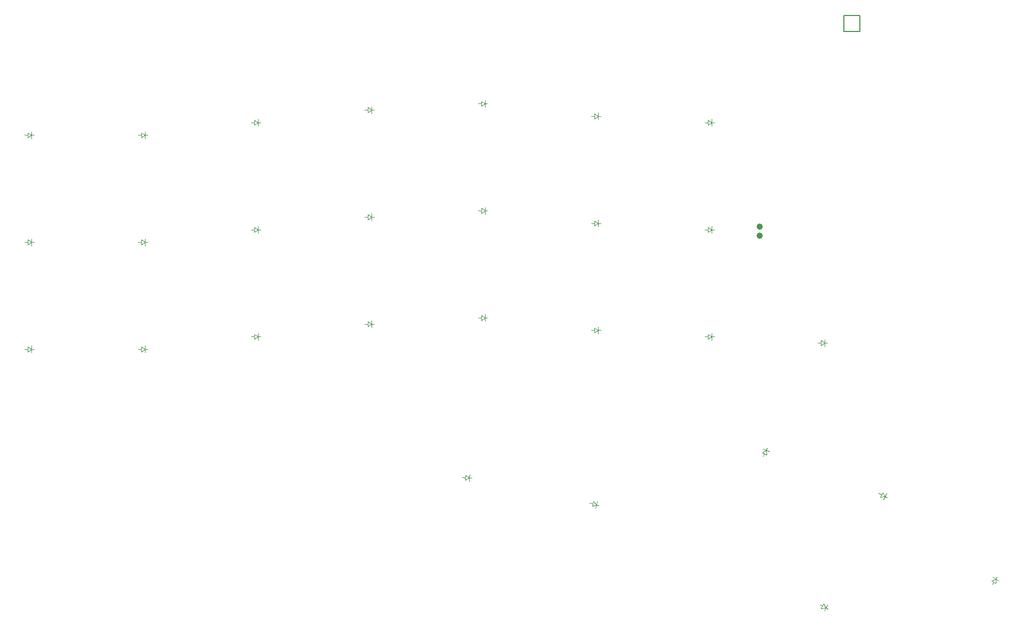
<source format=gbr>
%TF.GenerationSoftware,KiCad,Pcbnew,6.0.7*%
%TF.CreationDate,2022-09-15T23:21:12-04:00*%
%TF.ProjectId,flutter_v2_wren,666c7574-7465-4725-9f76-325f7772656e,v1.0.0*%
%TF.SameCoordinates,Original*%
%TF.FileFunction,Legend,Bot*%
%TF.FilePolarity,Positive*%
%FSLAX46Y46*%
G04 Gerber Fmt 4.6, Leading zero omitted, Abs format (unit mm)*
G04 Created by KiCad (PCBNEW 6.0.7) date 2022-09-15 23:21:12*
%MOMM*%
%LPD*%
G01*
G04 APERTURE LIST*
%ADD10C,0.100000*%
%ADD11C,0.150000*%
%ADD12C,1.000000*%
G04 APERTURE END LIST*
D10*
%TO.C,D1*%
X5750000Y-7000000D02*
X5250000Y-7000000D01*
X5750000Y-6600000D02*
X6350000Y-7000000D01*
X5750000Y-7400000D02*
X5750000Y-6600000D01*
X6350000Y-7000000D02*
X5750000Y-7400000D01*
X6350000Y-7000000D02*
X6350000Y-6450000D01*
X6350000Y-7000000D02*
X6350000Y-7550000D01*
X6750000Y-7000000D02*
X6350000Y-7000000D01*
%TO.C,D2*%
X5750000Y10000000D02*
X5250000Y10000000D01*
X5750000Y10400000D02*
X6350000Y10000000D01*
X5750000Y9600000D02*
X5750000Y10400000D01*
X6350000Y10000000D02*
X5750000Y9600000D01*
X6350000Y10000000D02*
X6350000Y10550000D01*
X6350000Y10000000D02*
X6350000Y9450000D01*
X6750000Y10000000D02*
X6350000Y10000000D01*
%TO.C,D3*%
X5750000Y27000000D02*
X5250000Y27000000D01*
X5750000Y27400000D02*
X6350000Y27000000D01*
X5750000Y26600000D02*
X5750000Y27400000D01*
X6350000Y27000000D02*
X5750000Y26600000D01*
X6350000Y27000000D02*
X6350000Y27550000D01*
X6350000Y27000000D02*
X6350000Y26450000D01*
X6750000Y27000000D02*
X6350000Y27000000D01*
%TO.C,D4*%
X23750000Y-7000000D02*
X23250000Y-7000000D01*
X23750000Y-6600000D02*
X24350000Y-7000000D01*
X23750000Y-7400000D02*
X23750000Y-6600000D01*
X24350000Y-7000000D02*
X23750000Y-7400000D01*
X24350000Y-7000000D02*
X24350000Y-6450000D01*
X24350000Y-7000000D02*
X24350000Y-7550000D01*
X24750000Y-7000000D02*
X24350000Y-7000000D01*
%TO.C,D5*%
X23750000Y10000000D02*
X23250000Y10000000D01*
X23750000Y10400000D02*
X24350000Y10000000D01*
X23750000Y9600000D02*
X23750000Y10400000D01*
X24350000Y10000000D02*
X23750000Y9600000D01*
X24350000Y10000000D02*
X24350000Y10550000D01*
X24350000Y10000000D02*
X24350000Y9450000D01*
X24750000Y10000000D02*
X24350000Y10000000D01*
%TO.C,D6*%
X23750000Y27000000D02*
X23250000Y27000000D01*
X23750000Y27400000D02*
X24350000Y27000000D01*
X23750000Y26600000D02*
X23750000Y27400000D01*
X24350000Y27000000D02*
X23750000Y26600000D01*
X24350000Y27000000D02*
X24350000Y27550000D01*
X24350000Y27000000D02*
X24350000Y26450000D01*
X24750000Y27000000D02*
X24350000Y27000000D01*
%TO.C,D7*%
X41750000Y-5000000D02*
X41250000Y-5000000D01*
X41750000Y-4600000D02*
X42350000Y-5000000D01*
X41750000Y-5400000D02*
X41750000Y-4600000D01*
X42350000Y-5000000D02*
X41750000Y-5400000D01*
X42350000Y-5000000D02*
X42350000Y-4450000D01*
X42350000Y-5000000D02*
X42350000Y-5550000D01*
X42750000Y-5000000D02*
X42350000Y-5000000D01*
%TO.C,D8*%
X41750000Y12000000D02*
X41250000Y12000000D01*
X41750000Y12400000D02*
X42350000Y12000000D01*
X41750000Y11600000D02*
X41750000Y12400000D01*
X42350000Y12000000D02*
X41750000Y11600000D01*
X42350000Y12000000D02*
X42350000Y12550000D01*
X42350000Y12000000D02*
X42350000Y11450000D01*
X42750000Y12000000D02*
X42350000Y12000000D01*
%TO.C,D9*%
X41750000Y29000000D02*
X41250000Y29000000D01*
X41750000Y29400000D02*
X42350000Y29000000D01*
X41750000Y28600000D02*
X41750000Y29400000D01*
X42350000Y29000000D02*
X41750000Y28600000D01*
X42350000Y29000000D02*
X42350000Y29550000D01*
X42350000Y29000000D02*
X42350000Y28450000D01*
X42750000Y29000000D02*
X42350000Y29000000D01*
%TO.C,D10*%
X59750000Y-3000000D02*
X59250000Y-3000000D01*
X59750000Y-2600000D02*
X60350000Y-3000000D01*
X59750000Y-3400000D02*
X59750000Y-2600000D01*
X60350000Y-3000000D02*
X59750000Y-3400000D01*
X60350000Y-3000000D02*
X60350000Y-2450000D01*
X60350000Y-3000000D02*
X60350000Y-3550000D01*
X60750000Y-3000000D02*
X60350000Y-3000000D01*
%TO.C,D11*%
X59750000Y14000000D02*
X59250000Y14000000D01*
X59750000Y14400000D02*
X60350000Y14000000D01*
X59750000Y13600000D02*
X59750000Y14400000D01*
X60350000Y14000000D02*
X59750000Y13600000D01*
X60350000Y14000000D02*
X60350000Y14550000D01*
X60350000Y14000000D02*
X60350000Y13450000D01*
X60750000Y14000000D02*
X60350000Y14000000D01*
%TO.C,D12*%
X59750000Y31000000D02*
X59250000Y31000000D01*
X59750000Y31400000D02*
X60350000Y31000000D01*
X59750000Y30600000D02*
X59750000Y31400000D01*
X60350000Y31000000D02*
X59750000Y30600000D01*
X60350000Y31000000D02*
X60350000Y31550000D01*
X60350000Y31000000D02*
X60350000Y30450000D01*
X60750000Y31000000D02*
X60350000Y31000000D01*
%TO.C,D13*%
X77750000Y-2000000D02*
X77250000Y-2000000D01*
X77750000Y-1600000D02*
X78350000Y-2000000D01*
X77750000Y-2400000D02*
X77750000Y-1600000D01*
X78350000Y-2000000D02*
X77750000Y-2400000D01*
X78350000Y-2000000D02*
X78350000Y-1450000D01*
X78350000Y-2000000D02*
X78350000Y-2550000D01*
X78750000Y-2000000D02*
X78350000Y-2000000D01*
%TO.C,D14*%
X77750000Y15000000D02*
X77250000Y15000000D01*
X77750000Y15400000D02*
X78350000Y15000000D01*
X77750000Y14600000D02*
X77750000Y15400000D01*
X78350000Y15000000D02*
X77750000Y14600000D01*
X78350000Y15000000D02*
X78350000Y15550000D01*
X78350000Y15000000D02*
X78350000Y14450000D01*
X78750000Y15000000D02*
X78350000Y15000000D01*
%TO.C,D15*%
X77750000Y32000000D02*
X77250000Y32000000D01*
X77750000Y32400000D02*
X78350000Y32000000D01*
X77750000Y31600000D02*
X77750000Y32400000D01*
X78350000Y32000000D02*
X77750000Y31600000D01*
X78350000Y32000000D02*
X78350000Y32550000D01*
X78350000Y32000000D02*
X78350000Y31450000D01*
X78750000Y32000000D02*
X78350000Y32000000D01*
%TO.C,D16*%
X95750000Y-4000000D02*
X95250000Y-4000000D01*
X95750000Y-3600000D02*
X96350000Y-4000000D01*
X95750000Y-4400000D02*
X95750000Y-3600000D01*
X96350000Y-4000000D02*
X95750000Y-4400000D01*
X96350000Y-4000000D02*
X96350000Y-3450000D01*
X96350000Y-4000000D02*
X96350000Y-4550000D01*
X96750000Y-4000000D02*
X96350000Y-4000000D01*
%TO.C,D17*%
X95750000Y13000000D02*
X95250000Y13000000D01*
X95750000Y13400000D02*
X96350000Y13000000D01*
X95750000Y12600000D02*
X95750000Y13400000D01*
X96350000Y13000000D02*
X95750000Y12600000D01*
X96350000Y13000000D02*
X96350000Y13550000D01*
X96350000Y13000000D02*
X96350000Y12450000D01*
X96750000Y13000000D02*
X96350000Y13000000D01*
%TO.C,D18*%
X95750000Y30000000D02*
X95250000Y30000000D01*
X95750000Y30400000D02*
X96350000Y30000000D01*
X95750000Y29600000D02*
X95750000Y30400000D01*
X96350000Y30000000D02*
X95750000Y29600000D01*
X96350000Y30000000D02*
X96350000Y30550000D01*
X96350000Y30000000D02*
X96350000Y29450000D01*
X96750000Y30000000D02*
X96350000Y30000000D01*
%TO.C,D19*%
X113750000Y-5000000D02*
X113250000Y-5000000D01*
X113750000Y-4600000D02*
X114350000Y-5000000D01*
X113750000Y-5400000D02*
X113750000Y-4600000D01*
X114350000Y-5000000D02*
X113750000Y-5400000D01*
X114350000Y-5000000D02*
X114350000Y-4450000D01*
X114350000Y-5000000D02*
X114350000Y-5550000D01*
X114750000Y-5000000D02*
X114350000Y-5000000D01*
%TO.C,D20*%
X113750000Y12000000D02*
X113250000Y12000000D01*
X113750000Y12400000D02*
X114350000Y12000000D01*
X113750000Y11600000D02*
X113750000Y12400000D01*
X114350000Y12000000D02*
X113750000Y11600000D01*
X114350000Y12000000D02*
X114350000Y12550000D01*
X114350000Y12000000D02*
X114350000Y11450000D01*
X114750000Y12000000D02*
X114350000Y12000000D01*
%TO.C,D21*%
X113750000Y29000000D02*
X113250000Y29000000D01*
X113750000Y29400000D02*
X114350000Y29000000D01*
X113750000Y28600000D02*
X113750000Y29400000D01*
X114350000Y29000000D02*
X113750000Y28600000D01*
X114350000Y29000000D02*
X114350000Y29550000D01*
X114350000Y29000000D02*
X114350000Y28450000D01*
X114750000Y29000000D02*
X114350000Y29000000D01*
%TO.C,D22*%
X122733554Y-23594270D02*
X122530186Y-24051043D01*
X122368136Y-23431576D02*
X122977596Y-23046143D01*
X123098972Y-23756965D02*
X122368136Y-23431576D01*
X122977596Y-23046143D02*
X123098972Y-23756965D01*
X122977596Y-23046143D02*
X122475146Y-22822438D01*
X122977596Y-23046143D02*
X123480046Y-23269848D01*
X123140290Y-22680725D02*
X122977596Y-23046143D01*
%TO.C,D23*%
X131946526Y-47765264D02*
X131505052Y-47530528D01*
X132134315Y-47412085D02*
X132476295Y-48046947D01*
X131758737Y-48118443D02*
X132134315Y-47412085D01*
X132476295Y-48046947D02*
X131758737Y-48118443D01*
X132476295Y-48046947D02*
X132734504Y-47561326D01*
X132476295Y-48046947D02*
X132218085Y-48532568D01*
X132829474Y-48234736D02*
X132476295Y-48046947D01*
%TO.C,D24*%
X141335958Y-30106312D02*
X140894484Y-29871576D01*
X141523747Y-29753133D02*
X141865727Y-30387995D01*
X141148169Y-30459491D02*
X141523747Y-29753133D01*
X141865727Y-30387995D02*
X141148169Y-30459491D01*
X141865727Y-30387995D02*
X142123936Y-29902374D01*
X141865727Y-30387995D02*
X141607517Y-30873616D01*
X142218906Y-30575784D02*
X141865727Y-30387995D01*
%TO.C,D25*%
X159136559Y-43967664D02*
X158864240Y-44386999D01*
X158801091Y-43749808D02*
X159463343Y-43464461D01*
X159472027Y-44185519D02*
X158801091Y-43749808D01*
X159463343Y-43464461D02*
X159472027Y-44185519D01*
X159463343Y-43464461D02*
X159002074Y-43164910D01*
X159463343Y-43464461D02*
X159924611Y-43764013D01*
X159681198Y-43128993D02*
X159463343Y-43464461D01*
%TO.C,D26*%
X131750000Y-6000000D02*
X131250000Y-6000000D01*
X131750000Y-5600000D02*
X132350000Y-6000000D01*
X131750000Y-6400000D02*
X131750000Y-5600000D01*
X132350000Y-6000000D02*
X131750000Y-6400000D01*
X132350000Y-6000000D02*
X132350000Y-5450000D01*
X132350000Y-6000000D02*
X132350000Y-6550000D01*
X132750000Y-6000000D02*
X132350000Y-6000000D01*
%TO.C,D27*%
X75247698Y-27384048D02*
X74748916Y-27349170D01*
X75275601Y-26985022D02*
X75846236Y-27425902D01*
X75219795Y-27783074D02*
X75275601Y-26985022D01*
X75846236Y-27425902D02*
X75219795Y-27783074D01*
X75846236Y-27425902D02*
X75884602Y-26877242D01*
X75846236Y-27425902D02*
X75807870Y-27974562D01*
X76245262Y-27453804D02*
X75846236Y-27425902D01*
%TO.C,D28*%
X95457010Y-31548901D02*
X94970825Y-31432178D01*
X95550388Y-31159953D02*
X96040431Y-31688968D01*
X95363631Y-31937849D02*
X95550388Y-31159953D01*
X96040431Y-31688968D02*
X95363631Y-31937849D01*
X96040431Y-31688968D02*
X96168826Y-31154164D01*
X96040431Y-31688968D02*
X95912037Y-32223771D01*
X96429379Y-31782346D02*
X96040431Y-31688968D01*
D11*
%TO.C,MCU1*%
X135350000Y45990000D02*
X135350000Y43450000D01*
X135350000Y45990000D02*
X137890000Y45990000D01*
X135350000Y43450000D02*
X137890000Y43450000D01*
X137890000Y43450000D02*
X137890000Y45990000D01*
%TD*%
D12*
%TO.C,*%
X122000000Y12500000D03*
X122000000Y11000000D03*
%TD*%
M02*

</source>
